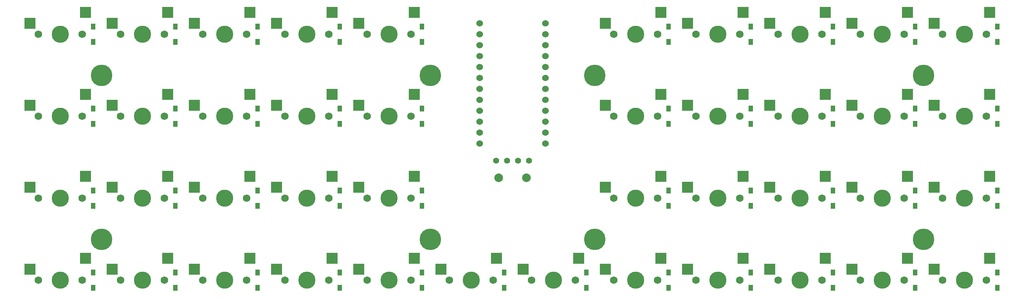
<source format=gbs>
G04 #@! TF.GenerationSoftware,KiCad,Pcbnew,5.1.9+dfsg1-1*
G04 #@! TF.CreationDate,2022-03-28T16:06:31+02:00*
G04 #@! TF.ProjectId,la_nc,6c615f6e-632e-46b6-9963-61645f706362,rev?*
G04 #@! TF.SameCoordinates,Original*
G04 #@! TF.FileFunction,Soldermask,Bot*
G04 #@! TF.FilePolarity,Negative*
%FSLAX46Y46*%
G04 Gerber Fmt 4.6, Leading zero omitted, Abs format (unit mm)*
G04 Created by KiCad (PCBNEW 5.1.9+dfsg1-1) date 2022-03-28 16:06:31*
%MOMM*%
%LPD*%
G01*
G04 APERTURE LIST*
%ADD10R,2.550000X2.500000*%
%ADD11C,1.750000*%
%ADD12C,3.987800*%
%ADD13R,1.000000X1.400000*%
%ADD14C,2.000000*%
%ADD15C,5.000000*%
%ADD16C,1.397000*%
%ADD17C,1.524000*%
G04 APERTURE END LIST*
D10*
X161390000Y-93345000D03*
X148490000Y-95885000D03*
D11*
X160655000Y-98425000D03*
X150495000Y-98425000D03*
D12*
X155575000Y-98425000D03*
D10*
X142340000Y-93345000D03*
X129440000Y-95885000D03*
D11*
X141605000Y-98425000D03*
X131445000Y-98425000D03*
D12*
X136525000Y-98425000D03*
D10*
X256640000Y-93345000D03*
X243740000Y-95885000D03*
D11*
X255905000Y-98425000D03*
X245745000Y-98425000D03*
D12*
X250825000Y-98425000D03*
D10*
X237590000Y-93345000D03*
X224690000Y-95885000D03*
D11*
X236855000Y-98425000D03*
X226695000Y-98425000D03*
D12*
X231775000Y-98425000D03*
D10*
X218540000Y-93345000D03*
X205640000Y-95885000D03*
D11*
X217805000Y-98425000D03*
X207645000Y-98425000D03*
D12*
X212725000Y-98425000D03*
D10*
X199490000Y-93345000D03*
X186590000Y-95885000D03*
D11*
X198755000Y-98425000D03*
X188595000Y-98425000D03*
D12*
X193675000Y-98425000D03*
D10*
X180440000Y-93345000D03*
X167540000Y-95885000D03*
D11*
X179705000Y-98425000D03*
X169545000Y-98425000D03*
D12*
X174625000Y-98425000D03*
D10*
X123290000Y-93345000D03*
X110390000Y-95885000D03*
D11*
X122555000Y-98425000D03*
X112395000Y-98425000D03*
D12*
X117475000Y-98425000D03*
D10*
X104240000Y-93345000D03*
X91340000Y-95885000D03*
D11*
X103505000Y-98425000D03*
X93345000Y-98425000D03*
D12*
X98425000Y-98425000D03*
D10*
X85190000Y-93345000D03*
X72290000Y-95885000D03*
D11*
X84455000Y-98425000D03*
X74295000Y-98425000D03*
D12*
X79375000Y-98425000D03*
D10*
X66140000Y-93345000D03*
X53240000Y-95885000D03*
D11*
X65405000Y-98425000D03*
X55245000Y-98425000D03*
D12*
X60325000Y-98425000D03*
D10*
X47090000Y-93345000D03*
X34190000Y-95885000D03*
D11*
X46355000Y-98425000D03*
X36195000Y-98425000D03*
D12*
X41275000Y-98425000D03*
D10*
X256640000Y-74295000D03*
X243740000Y-76835000D03*
D11*
X255905000Y-79375000D03*
X245745000Y-79375000D03*
D12*
X250825000Y-79375000D03*
D10*
X237590000Y-74295000D03*
X224690000Y-76835000D03*
D11*
X236855000Y-79375000D03*
X226695000Y-79375000D03*
D12*
X231775000Y-79375000D03*
D10*
X218540000Y-74295000D03*
X205640000Y-76835000D03*
D11*
X217805000Y-79375000D03*
X207645000Y-79375000D03*
D12*
X212725000Y-79375000D03*
D10*
X199490000Y-74295000D03*
X186590000Y-76835000D03*
D11*
X198755000Y-79375000D03*
X188595000Y-79375000D03*
D12*
X193675000Y-79375000D03*
D10*
X180440000Y-74295000D03*
X167540000Y-76835000D03*
D11*
X179705000Y-79375000D03*
X169545000Y-79375000D03*
D12*
X174625000Y-79375000D03*
D10*
X123290000Y-74295000D03*
X110390000Y-76835000D03*
D11*
X122555000Y-79375000D03*
X112395000Y-79375000D03*
D12*
X117475000Y-79375000D03*
D10*
X104240000Y-74295000D03*
X91340000Y-76835000D03*
D11*
X103505000Y-79375000D03*
X93345000Y-79375000D03*
D12*
X98425000Y-79375000D03*
D10*
X85190000Y-74295000D03*
X72290000Y-76835000D03*
D11*
X84455000Y-79375000D03*
X74295000Y-79375000D03*
D12*
X79375000Y-79375000D03*
D10*
X66140000Y-74295000D03*
X53240000Y-76835000D03*
D11*
X65405000Y-79375000D03*
X55245000Y-79375000D03*
D12*
X60325000Y-79375000D03*
D10*
X47090000Y-74295000D03*
X34190000Y-76835000D03*
D11*
X46355000Y-79375000D03*
X36195000Y-79375000D03*
D12*
X41275000Y-79375000D03*
D10*
X256640000Y-55245000D03*
X243740000Y-57785000D03*
D11*
X255905000Y-60325000D03*
X245745000Y-60325000D03*
D12*
X250825000Y-60325000D03*
D10*
X237590000Y-55245000D03*
X224690000Y-57785000D03*
D11*
X236855000Y-60325000D03*
X226695000Y-60325000D03*
D12*
X231775000Y-60325000D03*
D10*
X218540000Y-55245000D03*
X205640000Y-57785000D03*
D11*
X217805000Y-60325000D03*
X207645000Y-60325000D03*
D12*
X212725000Y-60325000D03*
D10*
X199490000Y-55245000D03*
X186590000Y-57785000D03*
D11*
X198755000Y-60325000D03*
X188595000Y-60325000D03*
D12*
X193675000Y-60325000D03*
D10*
X180440000Y-55245000D03*
X167540000Y-57785000D03*
D11*
X179705000Y-60325000D03*
X169545000Y-60325000D03*
D12*
X174625000Y-60325000D03*
D10*
X123290000Y-55245000D03*
X110390000Y-57785000D03*
D11*
X122555000Y-60325000D03*
X112395000Y-60325000D03*
D12*
X117475000Y-60325000D03*
D10*
X104240000Y-55245000D03*
X91340000Y-57785000D03*
D11*
X103505000Y-60325000D03*
X93345000Y-60325000D03*
D12*
X98425000Y-60325000D03*
D10*
X85190000Y-55245000D03*
X72290000Y-57785000D03*
D11*
X84455000Y-60325000D03*
X74295000Y-60325000D03*
D12*
X79375000Y-60325000D03*
D10*
X66140000Y-55245000D03*
X53240000Y-57785000D03*
D11*
X65405000Y-60325000D03*
X55245000Y-60325000D03*
D12*
X60325000Y-60325000D03*
D10*
X47090000Y-55245000D03*
X34190000Y-57785000D03*
D11*
X46355000Y-60325000D03*
X36195000Y-60325000D03*
D12*
X41275000Y-60325000D03*
D10*
X256640000Y-36195000D03*
X243740000Y-38735000D03*
D11*
X255905000Y-41275000D03*
X245745000Y-41275000D03*
D12*
X250825000Y-41275000D03*
D10*
X237590000Y-36195000D03*
X224690000Y-38735000D03*
D11*
X236855000Y-41275000D03*
X226695000Y-41275000D03*
D12*
X231775000Y-41275000D03*
D10*
X218540000Y-36195000D03*
X205640000Y-38735000D03*
D11*
X217805000Y-41275000D03*
X207645000Y-41275000D03*
D12*
X212725000Y-41275000D03*
D10*
X199490000Y-36195000D03*
X186590000Y-38735000D03*
D11*
X198755000Y-41275000D03*
X188595000Y-41275000D03*
D12*
X193675000Y-41275000D03*
D10*
X180440000Y-36195000D03*
X167540000Y-38735000D03*
D11*
X179705000Y-41275000D03*
X169545000Y-41275000D03*
D12*
X174625000Y-41275000D03*
D10*
X123290000Y-36195000D03*
X110390000Y-38735000D03*
D11*
X122555000Y-41275000D03*
X112395000Y-41275000D03*
D12*
X117475000Y-41275000D03*
D10*
X104240000Y-36195000D03*
X91340000Y-38735000D03*
D11*
X103505000Y-41275000D03*
X93345000Y-41275000D03*
D12*
X98425000Y-41275000D03*
D10*
X85190000Y-36195000D03*
X72290000Y-38735000D03*
D11*
X84455000Y-41275000D03*
X74295000Y-41275000D03*
D12*
X79375000Y-41275000D03*
D10*
X66140000Y-36195000D03*
X53240000Y-38735000D03*
D11*
X65405000Y-41275000D03*
X55245000Y-41275000D03*
D12*
X60325000Y-41275000D03*
D10*
X47090000Y-36195000D03*
X34190000Y-38735000D03*
D11*
X46355000Y-41275000D03*
X36195000Y-41275000D03*
D12*
X41275000Y-41275000D03*
D13*
X163195000Y-96650000D03*
X163195000Y-100200000D03*
X144145000Y-96650000D03*
X144145000Y-100200000D03*
X258445000Y-96650000D03*
X258445000Y-100200000D03*
X239395000Y-96650000D03*
X239395000Y-100200000D03*
X220345000Y-96650000D03*
X220345000Y-100200000D03*
X201295000Y-96650000D03*
X201295000Y-100200000D03*
X182245000Y-96650000D03*
X182245000Y-100200000D03*
X125095000Y-96650000D03*
X125095000Y-100200000D03*
X106045000Y-96650000D03*
X106045000Y-100200000D03*
X86995000Y-96650000D03*
X86995000Y-100200000D03*
X67945000Y-96650000D03*
X67945000Y-100200000D03*
X48895000Y-96650000D03*
X48895000Y-100200000D03*
X258445000Y-77600000D03*
X258445000Y-81150000D03*
X239395000Y-77600000D03*
X239395000Y-81150000D03*
X220345000Y-77600000D03*
X220345000Y-81150000D03*
X201295000Y-77600000D03*
X201295000Y-81150000D03*
X182245000Y-77600000D03*
X182245000Y-81150000D03*
X125095000Y-77600000D03*
X125095000Y-81150000D03*
X106045000Y-77600000D03*
X106045000Y-81150000D03*
X86995000Y-77600000D03*
X86995000Y-81150000D03*
X67945000Y-77600000D03*
X67945000Y-81150000D03*
X48895000Y-77600000D03*
X48895000Y-81150000D03*
X258445000Y-58550000D03*
X258445000Y-62100000D03*
X239395000Y-58550000D03*
X239395000Y-62100000D03*
X220345000Y-58550000D03*
X220345000Y-62100000D03*
X201295000Y-58550000D03*
X201295000Y-62100000D03*
X182245000Y-58550000D03*
X182245000Y-62100000D03*
X125095000Y-58550000D03*
X125095000Y-62100000D03*
X106045000Y-58550000D03*
X106045000Y-62100000D03*
X86995000Y-58550000D03*
X86995000Y-62100000D03*
X67945000Y-58550000D03*
X67945000Y-62100000D03*
X48895000Y-58550000D03*
X48895000Y-62100000D03*
X258445000Y-39500000D03*
X258445000Y-43050000D03*
X239395000Y-39500000D03*
X239395000Y-43050000D03*
X220345000Y-39500000D03*
X220345000Y-43050000D03*
X201295000Y-39500000D03*
X201295000Y-43050000D03*
X182245000Y-39500000D03*
X182245000Y-43050000D03*
X125095000Y-39500000D03*
X125095000Y-43050000D03*
X106045000Y-39500000D03*
X106045000Y-43050000D03*
X86995000Y-39500000D03*
X86995000Y-43050000D03*
X67945000Y-39500000D03*
X67945000Y-43050000D03*
X48895000Y-39500000D03*
X48895000Y-43050000D03*
D14*
X149300000Y-74612500D03*
X142800000Y-74612500D03*
D15*
X241300000Y-88900000D03*
X241300000Y-50800000D03*
X165100000Y-88900000D03*
X165100000Y-50800000D03*
X127000000Y-88900000D03*
X127000000Y-50800000D03*
X50800000Y-88900000D03*
D16*
X149860000Y-70643750D03*
X147320000Y-70643750D03*
X144780000Y-70643750D03*
X142240000Y-70643750D03*
D15*
X50800000Y-50800000D03*
D17*
X138441400Y-38703250D03*
X138441400Y-41243250D03*
X138441400Y-43783250D03*
X138441400Y-46323250D03*
X138441400Y-48863250D03*
X138441400Y-51403250D03*
X138441400Y-53943250D03*
X138441400Y-56483250D03*
X138441400Y-59023250D03*
X138441400Y-61563250D03*
X138441400Y-64103250D03*
X138441400Y-66643250D03*
X153661400Y-66643250D03*
X153661400Y-64103250D03*
X153661400Y-61563250D03*
X153661400Y-59023250D03*
X153661400Y-56483250D03*
X153661400Y-53943250D03*
X153661400Y-51403250D03*
X153661400Y-48863250D03*
X153661400Y-46323250D03*
X153661400Y-43783250D03*
X153661400Y-41243250D03*
X153661400Y-38703250D03*
M02*

</source>
